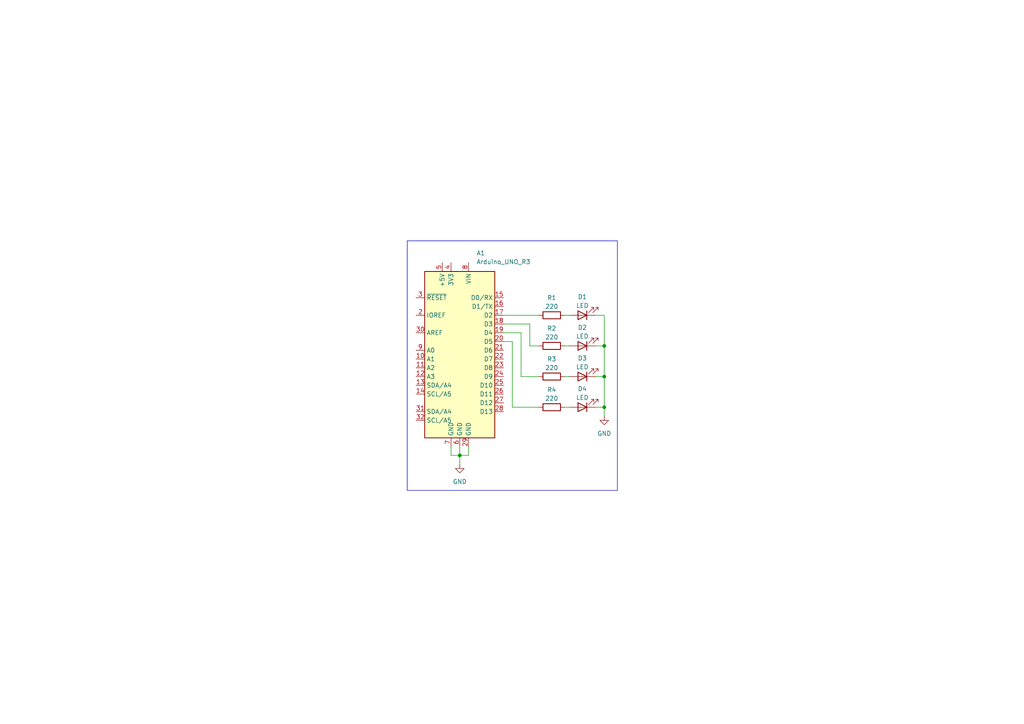
<source format=kicad_sch>
(kicad_sch (version 20231120) (generator "eeschema") (generator_version "8.0")
  (paper "A4")
  (lib_symbols
    (symbol "Device:LED" (pin_numbers hide) (pin_names (offset 1.016) hide)
      (property "Reference" "D" (at 0 2.54 0))
      (property "Value" "LED" (at 0 -2.54 0))
      (symbol "LED_0_1"
        (polyline (pts (xy -1.27 -1.27) (xy -1.27 1.27)) (stroke (width 0.254)))
        (polyline (pts (xy -1.27 0) (xy 1.27 0)))
        (polyline (pts (xy 1.27 -1.27) (xy 1.27 1.27) (xy -1.27 0) (xy 1.27 -1.27)) (stroke (width 0.254)))
        (polyline (pts (xy -3.048 -0.762) (xy -4.572 -2.286) (xy -3.81 -2.286) (xy -4.572 -2.286) (xy -4.572 -1.524)))
        (polyline (pts (xy -1.778 -0.762) (xy -3.302 -2.286) (xy -2.54 -2.286) (xy -3.302 -2.286) (xy -3.302 -1.524)))
      )
      (symbol "LED_1_1"
        (pin passive line (at -3.81 0 0) (length 2.54) (name "K") (number "1"))
        (pin passive line (at 3.81 0 180) (length 2.54) (name "A") (number "2"))
      )
    )
    (symbol "Device:R" (pin_numbers hide) (pin_names (offset 0))
      (property "Reference" "R" (at 2.032 0 90))
      (property "Value" "R" (at 0 0 90))
      (symbol "R_0_1"
        (rectangle (start -1.016 -2.54) (end 1.016 2.54) (stroke (width 0.254)))
      )
      (symbol "R_1_1"
        (pin passive line (at 0 3.81 270) (length 1.27) (name "~") (number "1"))
        (pin passive line (at 0 -3.81 90) (length 1.27) (name "~") (number "2"))
      )
    )
    (symbol "MCU_Module:Arduino_UNO_R3"
      (property "Reference" "A" (at -10.16 23.495 0))
      (property "Value" "Arduino_UNO_R3" (at 5.08 -26.67 0))
      (symbol "Arduino_UNO_R3_0_1"
        (rectangle (start -10.16 22.86) (end 10.16 -25.4) (stroke (width 0.254)) (fill (type background)))
      )
      (symbol "Arduino_UNO_R3_1_1"
        (pin no_connect line (at -10.16 -20.32 0) (length 2.54) hide (name "NC") (number "1"))
        (pin bidirectional line (at 12.7 -2.54 180) (length 2.54) (name "A1") (number "10"))
        (pin bidirectional line (at 12.7 -5.08 180) (length 2.54) (name "A2") (number "11"))
        (pin bidirectional line (at 12.7 -7.62 180) (length 2.54) (name "A3") (number "12"))
        (pin bidirectional line (at 12.7 -10.16 180) (length 2.54) (name "SDA/A4") (number "13"))
        (pin bidirectional line (at 12.7 -12.7 180) (length 2.54) (name "SCL/A5") (number "14"))
        (pin bidirectional line (at -12.7 15.24 0) (length 2.54) (name "D0/RX") (number "15"))
        (pin bidirectional line (at -12.7 12.7 0) (length 2.54) (name "D1/TX") (number "16"))
        (pin bidirectional line (at -12.7 10.16 0) (length 2.54) (name "D2") (number "17"))
        (pin bidirectional line (at -12.7 7.62 0) (length 2.54) (name "D3") (number "18"))
        (pin bidirectional line (at -12.7 5.08 0) (length 2.54) (name "D4") (number "19"))
        (pin output line (at 12.7 10.16 180) (length 2.54) (name "IOREF") (number "2"))
        (pin bidirectional line (at -12.7 2.54 0) (length 2.54) (name "D5") (number "20"))
        (pin bidirectional line (at -12.7 0 0) (length 2.54) (name "D6") (number "21"))
        (pin bidirectional line (at -12.7 -2.54 0) (length 2.54) (name "D7") (number "22"))
        (pin bidirectional line (at -12.7 -5.08 0) (length 2.54) (name "D8") (number "23"))
        (pin bidirectional line (at -12.7 -7.62 0) (length 2.54) (name "D9") (number "24"))
        (pin bidirectional line (at -12.7 -10.16 0) (length 2.54) (name "D10") (number "25"))
        (pin bidirectional line (at -12.7 -12.7 0) (length 2.54) (name "D11") (number "26"))
        (pin bidirectional line (at -12.7 -15.24 0) (length 2.54) (name "D12") (number "27"))
        (pin bidirectional line (at -12.7 -17.78 0) (length 2.54) (name "D13") (number "28"))
        (pin power_in line (at -2.54 -27.94 90) (length 2.54) (name "GND") (number "29"))
        (pin input line (at 12.7 15.24 180) (length 2.54) (name "~{RESET}") (number "3"))
        (pin input line (at 12.7 5.08 180) (length 2.54) (name "AREF") (number "30"))
        (pin bidirectional line (at 12.7 -17.78 180) (length 2.54) (name "SDA/A4") (number "31"))
        (pin bidirectional line (at 12.7 -20.32 180) (length 2.54) (name "SCL/A5") (number "32"))
        (pin power_out line (at 2.54 25.4 270) (length 2.54) (name "3V3") (number "4"))
        (pin power_out line (at 5.08 25.4 270) (length 2.54) (name "+5V") (number "5"))
        (pin power_in line (at 0 -27.94 90) (length 2.54) (name "GND") (number "6"))
        (pin power_in line (at 2.54 -27.94 90) (length 2.54) (name "GND") (number "7"))
        (pin power_in line (at -2.54 25.4 270) (length 2.54) (name "VIN") (number "8"))
        (pin bidirectional line (at 12.7 0 180) (length 2.54) (name "A0") (number "9"))
      )
    )
    (symbol "power:GND" (power) (pin_numbers hide) (pin_names (offset 0) hide)
      (property "Value" "GND" (at 0 -3.81 0))
      (symbol "GND_0_1"
        (polyline (pts (xy 0 0) (xy 0 -1.27) (xy 1.27 -1.27) (xy 0 -2.54) (xy -1.27 -1.27) (xy 0 -1.27)))
      )
      (symbol "GND_1_1"
        (pin power_in line (at 0 0 270) (length 0) (name "~") (number "1"))
      )
    )
  )
  (junction (at 175.26 109.22))
  (junction (at 175.26 118.11))
  (junction (at 133.35 132.08))
  (junction (at 175.26 100.33))
  (wire (pts (xy 163.83 91.44) (xy 165.1 91.44)))
  (wire (pts (xy 148.59 99.06) (xy 148.59 118.11)))
  (wire (pts (xy 175.26 118.11) (xy 175.26 120.65)))
  (wire (pts (xy 130.81 132.08) (xy 133.35 132.08)))
  (wire (pts (xy 153.67 100.33) (xy 156.21 100.33)))
  (wire (pts (xy 153.67 93.98) (xy 153.67 100.33)))
  (wire (pts (xy 175.26 91.44) (xy 175.26 100.33)))
  (wire (pts (xy 146.05 96.52) (xy 151.13 96.52)))
  (wire (pts (xy 146.05 91.44) (xy 156.21 91.44)))
  (wire (pts (xy 172.72 109.22) (xy 175.26 109.22)))
  (wire (pts (xy 163.83 109.22) (xy 165.1 109.22)))
  (wire (pts (xy 146.05 93.98) (xy 153.67 93.98)))
  (wire (pts (xy 151.13 109.22) (xy 156.21 109.22)))
  (wire (pts (xy 135.89 129.54) (xy 135.89 132.08)))
  (wire (pts (xy 172.72 91.44) (xy 175.26 91.44)))
  (wire (pts (xy 146.05 99.06) (xy 148.59 99.06)))
  (wire (pts (xy 135.89 132.08) (xy 133.35 132.08)))
  (wire (pts (xy 163.83 118.11) (xy 165.1 118.11)))
  (wire (pts (xy 172.72 118.11) (xy 175.26 118.11)))
  (wire (pts (xy 133.35 132.08) (xy 133.35 134.62)))
  (wire (pts (xy 148.59 118.11) (xy 156.21 118.11)))
  (wire (pts (xy 130.81 129.54) (xy 130.81 132.08)))
  (wire (pts (xy 175.26 109.22) (xy 175.26 118.11)))
  (wire (pts (xy 172.72 100.33) (xy 175.26 100.33)))
  (wire (pts (xy 175.26 100.33) (xy 175.26 109.22)))
  (wire (pts (xy 151.13 96.52) (xy 151.13 109.22)))
  (wire (pts (xy 163.83 100.33) (xy 165.1 100.33)))
  (wire (pts (xy 133.35 129.54) (xy 133.35 132.08)))
  (rectangle (start 118.11 69.85) (end 179.07 142.24))
  (symbol (lib_id "MCU_Module:Arduino_UNO_R3") (at 133.35 101.6 0) (mirror y) (unit 1)
    (property "Reference" "A1" (at 138.176 73.406 0) (effects (justify right)))
    (property "Value" "Arduino_UNO_R3" (at 138.176 75.946 0) (effects (justify right)))
    (property "Footprint" "Module:Arduino_UNO_R3" (effects (hide yes)))
    (property "Datasheet" "https://www.arduino.cc/en/Main/arduinoBoardUno" (effects (hide yes)))
    (property "Description" "Arduino UNO Microcontroller Module, release 3" (effects (hide yes)))
  )
  (symbol (lib_id "Device:R") (at 160.02 118.11 90) (unit 1)
    (property "Reference" "R4" (at 160.02 113.03 90))
    (property "Value" "220" (at 160.02 115.57 90))
    (property "Description" "Resistor" (effects (hide yes)))
  )
  (symbol (lib_id "Device:LED") (at 168.91 118.11 180) (unit 1)
    (property "Reference" "D4" (at 168.91 112.776 0))
    (property "Value" "LED" (at 168.91 115.316 0))
    (property "Description" "Light emitting diode" (effects (hide yes)))
  )
  (symbol (lib_id "power:GND") (at 175.26 120.65 0) (unit 1)
    (property "Reference" "#PWR04" (effects (hide yes)))
    (property "Value" "GND" (at 175.26 125.73 0))
    (property "Description" "Power symbol creates a global label with name \"GND\" , ground" (effects (hide yes)))
  )
  (symbol (lib_id "Device:R") (at 160.02 91.44 90) (unit 1)
    (property "Reference" "R1" (at 160.02 86.36 90))
    (property "Value" "220" (at 160.02 88.9 90))
    (property "Description" "Resistor" (effects (hide yes)))
  )
  (symbol (lib_id "Device:LED") (at 168.91 100.33 180) (unit 1)
    (property "Reference" "D2" (at 168.91 94.996 0))
    (property "Value" "LED" (at 168.91 97.536 0))
    (property "Description" "Light emitting diode" (effects (hide yes)))
  )
  (symbol (lib_id "Device:LED") (at 168.91 109.22 180) (unit 1)
    (property "Reference" "D3" (at 168.91 103.886 0))
    (property "Value" "LED" (at 168.91 106.426 0))
    (property "Description" "Light emitting diode" (effects (hide yes)))
  )
  (symbol (lib_id "power:GND") (at 133.35 134.62 0) (unit 1)
    (property "Reference" "#PWR03" (effects (hide yes)))
    (property "Value" "GND" (at 133.35 139.7 0))
    (property "Description" "Power symbol creates a global label with name \"GND\" , ground" (effects (hide yes)))
  )
  (symbol (lib_id "Device:R") (at 160.02 100.33 90) (unit 1)
    (property "Reference" "R2" (at 160.02 95.25 90))
    (property "Value" "220" (at 160.02 97.79 90))
    (property "Description" "Resistor" (effects (hide yes)))
  )
  (symbol (lib_id "Device:LED") (at 168.91 91.44 180) (unit 1)
    (property "Reference" "D1" (at 168.91 86.106 0))
    (property "Value" "LED" (at 168.91 88.646 0))
    (property "Description" "Light emitting diode" (effects (hide yes)))
  )
  (symbol (lib_id "Device:R") (at 160.02 109.22 90) (unit 1)
    (property "Reference" "R3" (at 160.02 104.14 90))
    (property "Value" "220" (at 160.02 106.68 90))
    (property "Description" "Resistor" (effects (hide yes)))
  )
)
</source>
